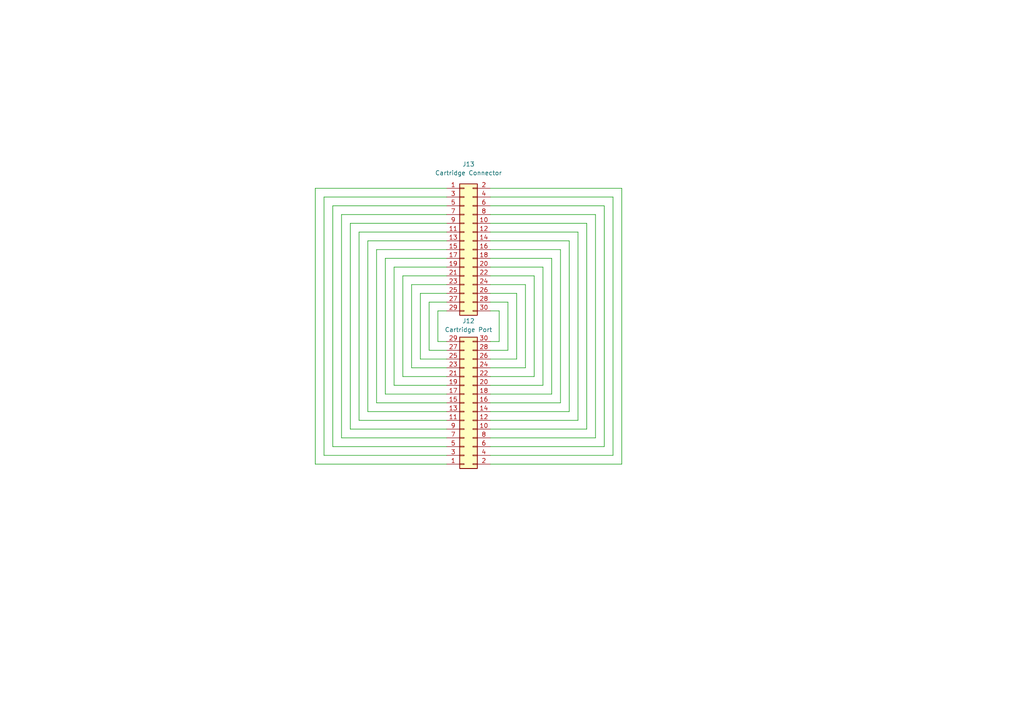
<source format=kicad_sch>
(kicad_sch (version 20230121) (generator eeschema)
  (paper "A4")
  (lib_symbols
    (symbol "Connector_Generic:Conn_02x15_Odd_Even" (pin_names (offset 1.016) hide)
      (property "Reference" "J" (at 1.27 20.32 0))
      (property "Value" "Conn_02x15_Odd_Even" (at 1.27 -20.32 0))
      (symbol "Conn_02x15_Odd_Even_1_1"
        (rectangle (start -1.27 -17.653) (end 0 -17.907) (stroke (width 0.1524)))
        (rectangle (start -1.27 -15.113) (end 0 -15.367) (stroke (width 0.1524)))
        (rectangle (start -1.27 -12.573) (end 0 -12.827) (stroke (width 0.1524)))
        (rectangle (start -1.27 -10.033) (end 0 -10.287) (stroke (width 0.1524)))
        (rectangle (start -1.27 -7.493) (end 0 -7.747) (stroke (width 0.1524)))
        (rectangle (start -1.27 -4.953) (end 0 -5.207) (stroke (width 0.1524)))
        (rectangle (start -1.27 -2.413) (end 0 -2.667) (stroke (width 0.1524)))
        (rectangle (start -1.27 0.127) (end 0 -0.127) (stroke (width 0.1524)))
        (rectangle (start -1.27 2.667) (end 0 2.413) (stroke (width 0.1524)))
        (rectangle (start -1.27 5.207) (end 0 4.953) (stroke (width 0.1524)))
        (rectangle (start -1.27 7.747) (end 0 7.493) (stroke (width 0.1524)))
        (rectangle (start -1.27 10.287) (end 0 10.033) (stroke (width 0.1524)))
        (rectangle (start -1.27 12.827) (end 0 12.573) (stroke (width 0.1524)))
        (rectangle (start -1.27 15.367) (end 0 15.113) (stroke (width 0.1524)))
        (rectangle (start -1.27 17.907) (end 0 17.653) (stroke (width 0.1524)))
        (rectangle (start -1.27 19.05) (end 3.81 -19.05) (stroke (width 0.254)) (fill (type background)))
        (rectangle (start 3.81 -17.653) (end 2.54 -17.907) (stroke (width 0.1524)))
        (rectangle (start 3.81 -15.113) (end 2.54 -15.367) (stroke (width 0.1524)))
        (rectangle (start 3.81 -12.573) (end 2.54 -12.827) (stroke (width 0.1524)))
        (rectangle (start 3.81 -10.033) (end 2.54 -10.287) (stroke (width 0.1524)))
        (rectangle (start 3.81 -7.493) (end 2.54 -7.747) (stroke (width 0.1524)))
        (rectangle (start 3.81 -4.953) (end 2.54 -5.207) (stroke (width 0.1524)))
        (rectangle (start 3.81 -2.413) (end 2.54 -2.667) (stroke (width 0.1524)))
        (rectangle (start 3.81 0.127) (end 2.54 -0.127) (stroke (width 0.1524)))
        (rectangle (start 3.81 2.667) (end 2.54 2.413) (stroke (width 0.1524)))
        (rectangle (start 3.81 5.207) (end 2.54 4.953) (stroke (width 0.1524)))
        (rectangle (start 3.81 7.747) (end 2.54 7.493) (stroke (width 0.1524)))
        (rectangle (start 3.81 10.287) (end 2.54 10.033) (stroke (width 0.1524)))
        (rectangle (start 3.81 12.827) (end 2.54 12.573) (stroke (width 0.1524)))
        (rectangle (start 3.81 15.367) (end 2.54 15.113) (stroke (width 0.1524)))
        (rectangle (start 3.81 17.907) (end 2.54 17.653) (stroke (width 0.1524)))
        (pin passive line (at -5.08 17.78 0) (length 3.81) (name "Pin_1") (number "1"))
        (pin passive line (at 7.62 7.62 180) (length 3.81) (name "Pin_10") (number "10"))
        (pin passive line (at -5.08 5.08 0) (length 3.81) (name "Pin_11") (number "11"))
        (pin passive line (at 7.62 5.08 180) (length 3.81) (name "Pin_12") (number "12"))
        (pin passive line (at -5.08 2.54 0) (length 3.81) (name "Pin_13") (number "13"))
        (pin passive line (at 7.62 2.54 180) (length 3.81) (name "Pin_14") (number "14"))
        (pin passive line (at -5.08 0 0) (length 3.81) (name "Pin_15") (number "15"))
        (pin passive line (at 7.62 0 180) (length 3.81) (name "Pin_16") (number "16"))
        (pin passive line (at -5.08 -2.54 0) (length 3.81) (name "Pin_17") (number "17"))
        (pin passive line (at 7.62 -2.54 180) (length 3.81) (name "Pin_18") (number "18"))
        (pin passive line (at -5.08 -5.08 0) (length 3.81) (name "Pin_19") (number "19"))
        (pin passive line (at 7.62 17.78 180) (length 3.81) (name "Pin_2") (number "2"))
        (pin passive line (at 7.62 -5.08 180) (length 3.81) (name "Pin_20") (number "20"))
        (pin passive line (at -5.08 -7.62 0) (length 3.81) (name "Pin_21") (number "21"))
        (pin passive line (at 7.62 -7.62 180) (length 3.81) (name "Pin_22") (number "22"))
        (pin passive line (at -5.08 -10.16 0) (length 3.81) (name "Pin_23") (number "23"))
        (pin passive line (at 7.62 -10.16 180) (length 3.81) (name "Pin_24") (number "24"))
        (pin passive line (at -5.08 -12.7 0) (length 3.81) (name "Pin_25") (number "25"))
        (pin passive line (at 7.62 -12.7 180) (length 3.81) (name "Pin_26") (number "26"))
        (pin passive line (at -5.08 -15.24 0) (length 3.81) (name "Pin_27") (number "27"))
        (pin passive line (at 7.62 -15.24 180) (length 3.81) (name "Pin_28") (number "28"))
        (pin passive line (at -5.08 -17.78 0) (length 3.81) (name "Pin_29") (number "29"))
        (pin passive line (at -5.08 15.24 0) (length 3.81) (name "Pin_3") (number "3"))
        (pin passive line (at 7.62 -17.78 180) (length 3.81) (name "Pin_30") (number "30"))
        (pin passive line (at 7.62 15.24 180) (length 3.81) (name "Pin_4") (number "4"))
        (pin passive line (at -5.08 12.7 0) (length 3.81) (name "Pin_5") (number "5"))
        (pin passive line (at 7.62 12.7 180) (length 3.81) (name "Pin_6") (number "6"))
        (pin passive line (at -5.08 10.16 0) (length 3.81) (name "Pin_7") (number "7"))
        (pin passive line (at 7.62 10.16 180) (length 3.81) (name "Pin_8") (number "8"))
        (pin passive line (at -5.08 7.62 0) (length 3.81) (name "Pin_9") (number "9"))
      )
    )
  )
  (wire (pts (xy 116.84 109.22) (xy 129.54 109.22)))
  (wire (pts (xy 144.78 90.17) (xy 144.78 99.06)))
  (wire (pts (xy 91.44 54.61) (xy 91.44 134.62)))
  (wire (pts (xy 180.34 54.61) (xy 180.34 134.62)))
  (wire (pts (xy 106.68 119.38) (xy 129.54 119.38)))
  (wire (pts (xy 170.18 64.77) (xy 170.18 124.46)))
  (wire (pts (xy 142.24 121.92) (xy 167.64 121.92)))
  (wire (pts (xy 111.76 114.3) (xy 129.54 114.3)))
  (wire (pts (xy 172.72 62.23) (xy 142.24 62.23)))
  (wire (pts (xy 142.24 77.47) (xy 157.48 77.47)))
  (wire (pts (xy 157.48 111.76) (xy 142.24 111.76)))
  (wire (pts (xy 154.94 80.01) (xy 154.94 109.22)))
  (wire (pts (xy 160.02 74.93) (xy 160.02 114.3)))
  (wire (pts (xy 129.54 85.09) (xy 121.92 85.09)))
  (wire (pts (xy 109.22 72.39) (xy 109.22 116.84)))
  (wire (pts (xy 124.46 101.6) (xy 129.54 101.6)))
  (wire (pts (xy 175.26 129.54) (xy 142.24 129.54)))
  (wire (pts (xy 111.76 74.93) (xy 111.76 114.3)))
  (wire (pts (xy 170.18 124.46) (xy 142.24 124.46)))
  (wire (pts (xy 167.64 67.31) (xy 142.24 67.31)))
  (wire (pts (xy 129.54 80.01) (xy 116.84 80.01)))
  (wire (pts (xy 104.14 121.92) (xy 104.14 67.31)))
  (wire (pts (xy 129.54 127) (xy 99.06 127)))
  (wire (pts (xy 104.14 67.31) (xy 129.54 67.31)))
  (wire (pts (xy 129.54 111.76) (xy 114.3 111.76)))
  (wire (pts (xy 147.32 87.63) (xy 147.32 101.6)))
  (wire (pts (xy 129.54 121.92) (xy 104.14 121.92)))
  (wire (pts (xy 129.54 72.39) (xy 109.22 72.39)))
  (wire (pts (xy 129.54 54.61) (xy 91.44 54.61)))
  (wire (pts (xy 142.24 116.84) (xy 162.56 116.84)))
  (wire (pts (xy 167.64 121.92) (xy 167.64 67.31)))
  (wire (pts (xy 99.06 127) (xy 99.06 62.23)))
  (wire (pts (xy 129.54 69.85) (xy 106.68 69.85)))
  (wire (pts (xy 121.92 104.14) (xy 129.54 104.14)))
  (wire (pts (xy 129.54 87.63) (xy 124.46 87.63)))
  (wire (pts (xy 142.24 74.93) (xy 160.02 74.93)))
  (wire (pts (xy 91.44 134.62) (xy 129.54 134.62)))
  (wire (pts (xy 114.3 111.76) (xy 114.3 77.47)))
  (wire (pts (xy 142.24 82.55) (xy 152.4 82.55)))
  (wire (pts (xy 142.24 80.01) (xy 154.94 80.01)))
  (wire (pts (xy 149.86 104.14) (xy 142.24 104.14)))
  (wire (pts (xy 142.24 59.69) (xy 175.26 59.69)))
  (wire (pts (xy 119.38 106.68) (xy 119.38 82.55)))
  (wire (pts (xy 157.48 77.47) (xy 157.48 111.76)))
  (wire (pts (xy 129.54 132.08) (xy 93.98 132.08)))
  (wire (pts (xy 101.6 64.77) (xy 101.6 124.46)))
  (wire (pts (xy 160.02 114.3) (xy 142.24 114.3)))
  (wire (pts (xy 96.52 59.69) (xy 96.52 129.54)))
  (wire (pts (xy 114.3 77.47) (xy 129.54 77.47)))
  (wire (pts (xy 172.72 127) (xy 172.72 62.23)))
  (wire (pts (xy 99.06 62.23) (xy 129.54 62.23)))
  (wire (pts (xy 121.92 85.09) (xy 121.92 104.14)))
  (wire (pts (xy 154.94 109.22) (xy 142.24 109.22)))
  (wire (pts (xy 144.78 99.06) (xy 142.24 99.06)))
  (wire (pts (xy 180.34 134.62) (xy 142.24 134.62)))
  (wire (pts (xy 149.86 85.09) (xy 149.86 104.14)))
  (wire (pts (xy 162.56 116.84) (xy 162.56 72.39)))
  (wire (pts (xy 165.1 119.38) (xy 142.24 119.38)))
  (wire (pts (xy 147.32 101.6) (xy 142.24 101.6)))
  (wire (pts (xy 96.52 129.54) (xy 129.54 129.54)))
  (wire (pts (xy 129.54 74.93) (xy 111.76 74.93)))
  (wire (pts (xy 101.6 124.46) (xy 129.54 124.46)))
  (wire (pts (xy 127 90.17) (xy 127 99.06)))
  (wire (pts (xy 175.26 59.69) (xy 175.26 129.54)))
  (wire (pts (xy 162.56 72.39) (xy 142.24 72.39)))
  (wire (pts (xy 142.24 132.08) (xy 177.8 132.08)))
  (wire (pts (xy 142.24 85.09) (xy 149.86 85.09)))
  (wire (pts (xy 109.22 116.84) (xy 129.54 116.84)))
  (wire (pts (xy 142.24 54.61) (xy 180.34 54.61)))
  (wire (pts (xy 93.98 57.15) (xy 129.54 57.15)))
  (wire (pts (xy 142.24 69.85) (xy 165.1 69.85)))
  (wire (pts (xy 129.54 59.69) (xy 96.52 59.69)))
  (wire (pts (xy 119.38 82.55) (xy 129.54 82.55)))
  (wire (pts (xy 106.68 69.85) (xy 106.68 119.38)))
  (wire (pts (xy 142.24 90.17) (xy 144.78 90.17)))
  (wire (pts (xy 129.54 64.77) (xy 101.6 64.77)))
  (wire (pts (xy 142.24 64.77) (xy 170.18 64.77)))
  (wire (pts (xy 124.46 87.63) (xy 124.46 101.6)))
  (wire (pts (xy 142.24 87.63) (xy 147.32 87.63)))
  (wire (pts (xy 116.84 80.01) (xy 116.84 109.22)))
  (wire (pts (xy 152.4 82.55) (xy 152.4 106.68)))
  (wire (pts (xy 152.4 106.68) (xy 142.24 106.68)))
  (wire (pts (xy 129.54 106.68) (xy 119.38 106.68)))
  (wire (pts (xy 93.98 132.08) (xy 93.98 57.15)))
  (wire (pts (xy 142.24 127) (xy 172.72 127)))
  (wire (pts (xy 177.8 57.15) (xy 142.24 57.15)))
  (wire (pts (xy 165.1 69.85) (xy 165.1 119.38)))
  (wire (pts (xy 177.8 132.08) (xy 177.8 57.15)))
  (wire (pts (xy 127 99.06) (xy 129.54 99.06)))
  (wire (pts (xy 129.54 90.17) (xy 127 90.17)))
  (symbol (lib_id "Connector_Generic:Conn_02x15_Odd_Even") (at 134.62 72.39 0) (unit 1)
    (property "Reference" "J13" (at 135.89 47.625 0))
    (property "Value" "Cartridge Connector" (at 135.89 50.165 0))
    (property "Footprint" "Connector_PCBEdge_EXT:Colecovision_Cartridge" (effects hide))
  )
  (symbol (lib_id "Connector_Generic:Conn_02x15_Odd_Even") (at 134.62 116.84 0) (mirror x) (unit 1)
    (property "Reference" "J12" (at 135.89 93.091 0))
    (property "Value" "Cartridge Port" (at 135.89 95.631 0))
    (property "Footprint" "TE_5530841-2:55308412_coleco" (effects hide))
  )
)
</source>
